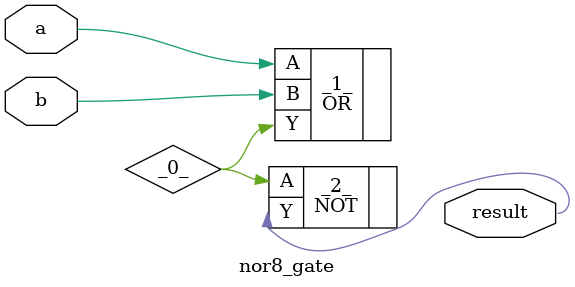
<source format=v>
/* Generated by Yosys 0.41+83 (git sha1 7045cf509, x86_64-w64-mingw32-g++ 13.2.1 -Os) */

/* cells_not_processed =  1  */
/* src = "nor8_gate.v:2.1-20.10" */
module nor8_gate(a, b, result);
  wire _0_;
  /* src = "nor8_gate.v:3.11-3.12" */
  input a;
  wire a;
  /* src = "nor8_gate.v:4.11-4.12" */
  input b;
  wire b;
  /* src = "nor8_gate.v:5.12-5.18" */
  output result;
  wire result;
  OR _1_ (
    .A(a),
    .B(b),
    .Y(_0_)
  );
  NOT _2_ (
    .A(_0_),
    .Y(result)
  );
endmodule

</source>
